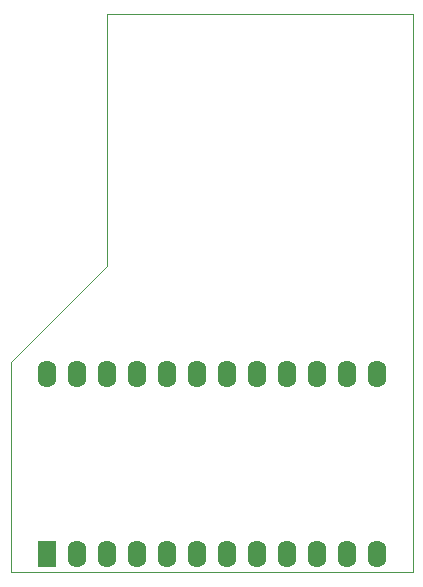
<source format=gbs>
G04 (created by PCBNEW (2013-07-07 BZR 4022)-stable) date 10/10/2019 9:23:04 PM*
%MOIN*%
G04 Gerber Fmt 3.4, Leading zero omitted, Abs format*
%FSLAX34Y34*%
G01*
G70*
G90*
G04 APERTURE LIST*
%ADD10C,0.00590551*%
%ADD11C,0.00393701*%
%ADD12R,0.062X0.09*%
%ADD13O,0.062X0.09*%
G04 APERTURE END LIST*
G54D10*
G54D11*
X77300Y-60200D02*
X75700Y-61800D01*
X77300Y-51800D02*
X77500Y-51800D01*
X77300Y-60200D02*
X77300Y-51800D01*
X87500Y-70400D02*
X74100Y-70400D01*
X74100Y-63400D02*
X74100Y-70400D01*
X75700Y-61800D02*
X74100Y-63400D01*
X87500Y-51800D02*
X77500Y-51800D01*
X87500Y-70400D02*
X87500Y-51800D01*
G54D12*
X75300Y-69800D03*
G54D13*
X76300Y-69800D03*
X77300Y-69800D03*
X78300Y-69800D03*
X79300Y-69800D03*
X80300Y-69800D03*
X81300Y-69800D03*
X82300Y-69800D03*
X83300Y-69800D03*
X84300Y-69800D03*
X85300Y-69800D03*
X86300Y-69800D03*
X86300Y-63800D03*
X85300Y-63800D03*
X84300Y-63800D03*
X83300Y-63800D03*
X82300Y-63800D03*
X81300Y-63800D03*
X80300Y-63800D03*
X79300Y-63800D03*
X78300Y-63800D03*
X77300Y-63800D03*
X76300Y-63800D03*
X75300Y-63800D03*
M02*

</source>
